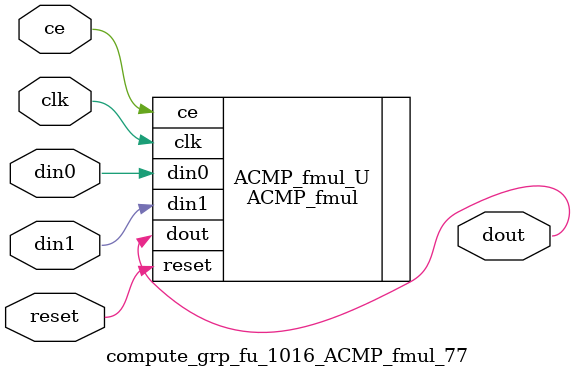
<source format=v>

`timescale 1 ns / 1 ps
module compute_grp_fu_1016_ACMP_fmul_77(
    clk,
    reset,
    ce,
    din0,
    din1,
    dout);

parameter ID = 32'd1;
parameter NUM_STAGE = 32'd1;
parameter din0_WIDTH = 32'd1;
parameter din1_WIDTH = 32'd1;
parameter dout_WIDTH = 32'd1;
input clk;
input reset;
input ce;
input[din0_WIDTH - 1:0] din0;
input[din1_WIDTH - 1:0] din1;
output[dout_WIDTH - 1:0] dout;



ACMP_fmul #(
.ID( ID ),
.NUM_STAGE( 4 ),
.din0_WIDTH( din0_WIDTH ),
.din1_WIDTH( din1_WIDTH ),
.dout_WIDTH( dout_WIDTH ))
ACMP_fmul_U(
    .clk( clk ),
    .reset( reset ),
    .ce( ce ),
    .din0( din0 ),
    .din1( din1 ),
    .dout( dout ));

endmodule

</source>
